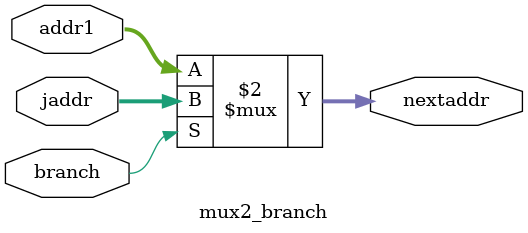
<source format=v>
`timescale 1ns / 1ps


module mux2_branch(
input branch,
input [31:0]jaddr,
input [31:0]addr1,
output [31:0]nextaddr
    );
    assign nextaddr=(branch!=0)?jaddr:addr1;
endmodule

</source>
